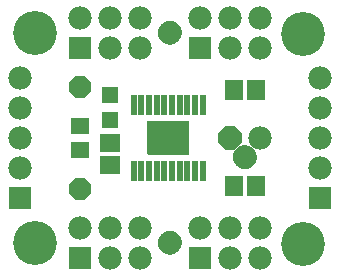
<source format=gbr>
G04 EAGLE Gerber RS-274X export*
G75*
%MOMM*%
%FSLAX34Y34*%
%LPD*%
%INSoldermask Top*%
%IPPOS*%
%AMOC8*
5,1,8,0,0,1.08239X$1,22.5*%
G01*
%ADD10C,1.981200*%
%ADD11R,1.981200X1.981200*%
%ADD12C,3.719200*%
%ADD13C,1.203200*%
%ADD14C,0.500000*%
%ADD15R,1.503200X1.703200*%
%ADD16R,1.403200X1.403200*%
%ADD17R,1.703200X1.503200*%
%ADD18R,0.503200X1.753200*%
%ADD19P,2.034460X8X292.500000*%
%ADD20R,1.600000X1.400000*%
%ADD21P,2.144431X8X202.500000*%

G36*
X155645Y99927D02*
X155645Y99927D01*
X155711Y99929D01*
X155754Y99947D01*
X155801Y99955D01*
X155858Y99989D01*
X155918Y100014D01*
X155953Y100045D01*
X155994Y100070D01*
X156036Y100121D01*
X156084Y100165D01*
X156106Y100207D01*
X156135Y100244D01*
X156156Y100306D01*
X156187Y100365D01*
X156195Y100419D01*
X156207Y100456D01*
X156206Y100496D01*
X156214Y100550D01*
X156214Y128050D01*
X156203Y128115D01*
X156201Y128181D01*
X156183Y128224D01*
X156175Y128271D01*
X156141Y128328D01*
X156116Y128388D01*
X156085Y128423D01*
X156060Y128464D01*
X156009Y128506D01*
X155965Y128554D01*
X155923Y128576D01*
X155886Y128605D01*
X155824Y128626D01*
X155765Y128657D01*
X155711Y128665D01*
X155674Y128677D01*
X155634Y128676D01*
X155580Y128684D01*
X121280Y128684D01*
X121215Y128673D01*
X121149Y128671D01*
X121106Y128653D01*
X121059Y128645D01*
X121002Y128611D01*
X120942Y128586D01*
X120907Y128555D01*
X120866Y128530D01*
X120825Y128479D01*
X120776Y128435D01*
X120754Y128393D01*
X120725Y128356D01*
X120704Y128294D01*
X120673Y128235D01*
X120665Y128181D01*
X120653Y128144D01*
X120654Y128104D01*
X120646Y128050D01*
X120646Y100550D01*
X120657Y100485D01*
X120659Y100419D01*
X120677Y100376D01*
X120685Y100329D01*
X120719Y100272D01*
X120744Y100212D01*
X120775Y100177D01*
X120800Y100136D01*
X120851Y100095D01*
X120895Y100046D01*
X120937Y100024D01*
X120974Y99995D01*
X121036Y99974D01*
X121095Y99943D01*
X121149Y99935D01*
X121186Y99923D01*
X121226Y99924D01*
X121280Y99916D01*
X155580Y99916D01*
X155645Y99927D01*
G37*
D10*
X63500Y38100D03*
X88900Y38100D03*
X114300Y38100D03*
D11*
X63500Y12700D03*
D10*
X88900Y12700D03*
X114300Y12700D03*
X165100Y38100D03*
X190500Y38100D03*
X215900Y38100D03*
D11*
X165100Y12700D03*
D10*
X190500Y12700D03*
X215900Y12700D03*
D12*
X25400Y203200D03*
X252730Y201930D03*
X25400Y25400D03*
X252730Y24130D03*
D13*
X139700Y25400D03*
D14*
X139700Y32900D02*
X139519Y32898D01*
X139338Y32891D01*
X139157Y32880D01*
X138976Y32865D01*
X138796Y32845D01*
X138616Y32821D01*
X138437Y32793D01*
X138259Y32760D01*
X138082Y32723D01*
X137905Y32682D01*
X137730Y32637D01*
X137555Y32587D01*
X137382Y32533D01*
X137211Y32475D01*
X137040Y32413D01*
X136872Y32346D01*
X136705Y32276D01*
X136539Y32202D01*
X136376Y32123D01*
X136215Y32041D01*
X136055Y31955D01*
X135898Y31865D01*
X135743Y31771D01*
X135590Y31674D01*
X135440Y31572D01*
X135292Y31468D01*
X135146Y31359D01*
X135004Y31248D01*
X134864Y31132D01*
X134727Y31014D01*
X134592Y30892D01*
X134461Y30767D01*
X134333Y30639D01*
X134208Y30508D01*
X134086Y30373D01*
X133968Y30236D01*
X133852Y30096D01*
X133741Y29954D01*
X133632Y29808D01*
X133528Y29660D01*
X133426Y29510D01*
X133329Y29357D01*
X133235Y29202D01*
X133145Y29045D01*
X133059Y28885D01*
X132977Y28724D01*
X132898Y28561D01*
X132824Y28395D01*
X132754Y28228D01*
X132687Y28060D01*
X132625Y27889D01*
X132567Y27718D01*
X132513Y27545D01*
X132463Y27370D01*
X132418Y27195D01*
X132377Y27018D01*
X132340Y26841D01*
X132307Y26663D01*
X132279Y26484D01*
X132255Y26304D01*
X132235Y26124D01*
X132220Y25943D01*
X132209Y25762D01*
X132202Y25581D01*
X132200Y25400D01*
X139700Y32900D02*
X139881Y32898D01*
X140062Y32891D01*
X140243Y32880D01*
X140424Y32865D01*
X140604Y32845D01*
X140784Y32821D01*
X140963Y32793D01*
X141141Y32760D01*
X141318Y32723D01*
X141495Y32682D01*
X141670Y32637D01*
X141845Y32587D01*
X142018Y32533D01*
X142189Y32475D01*
X142360Y32413D01*
X142528Y32346D01*
X142695Y32276D01*
X142861Y32202D01*
X143024Y32123D01*
X143185Y32041D01*
X143345Y31955D01*
X143502Y31865D01*
X143657Y31771D01*
X143810Y31674D01*
X143960Y31572D01*
X144108Y31468D01*
X144254Y31359D01*
X144396Y31248D01*
X144536Y31132D01*
X144673Y31014D01*
X144808Y30892D01*
X144939Y30767D01*
X145067Y30639D01*
X145192Y30508D01*
X145314Y30373D01*
X145432Y30236D01*
X145548Y30096D01*
X145659Y29954D01*
X145768Y29808D01*
X145872Y29660D01*
X145974Y29510D01*
X146071Y29357D01*
X146165Y29202D01*
X146255Y29045D01*
X146341Y28885D01*
X146423Y28724D01*
X146502Y28561D01*
X146576Y28395D01*
X146646Y28228D01*
X146713Y28060D01*
X146775Y27889D01*
X146833Y27718D01*
X146887Y27545D01*
X146937Y27370D01*
X146982Y27195D01*
X147023Y27018D01*
X147060Y26841D01*
X147093Y26663D01*
X147121Y26484D01*
X147145Y26304D01*
X147165Y26124D01*
X147180Y25943D01*
X147191Y25762D01*
X147198Y25581D01*
X147200Y25400D01*
X147198Y25219D01*
X147191Y25038D01*
X147180Y24857D01*
X147165Y24676D01*
X147145Y24496D01*
X147121Y24316D01*
X147093Y24137D01*
X147060Y23959D01*
X147023Y23782D01*
X146982Y23605D01*
X146937Y23430D01*
X146887Y23255D01*
X146833Y23082D01*
X146775Y22911D01*
X146713Y22740D01*
X146646Y22572D01*
X146576Y22405D01*
X146502Y22239D01*
X146423Y22076D01*
X146341Y21915D01*
X146255Y21755D01*
X146165Y21598D01*
X146071Y21443D01*
X145974Y21290D01*
X145872Y21140D01*
X145768Y20992D01*
X145659Y20846D01*
X145548Y20704D01*
X145432Y20564D01*
X145314Y20427D01*
X145192Y20292D01*
X145067Y20161D01*
X144939Y20033D01*
X144808Y19908D01*
X144673Y19786D01*
X144536Y19668D01*
X144396Y19552D01*
X144254Y19441D01*
X144108Y19332D01*
X143960Y19228D01*
X143810Y19126D01*
X143657Y19029D01*
X143502Y18935D01*
X143345Y18845D01*
X143185Y18759D01*
X143024Y18677D01*
X142861Y18598D01*
X142695Y18524D01*
X142528Y18454D01*
X142360Y18387D01*
X142189Y18325D01*
X142018Y18267D01*
X141845Y18213D01*
X141670Y18163D01*
X141495Y18118D01*
X141318Y18077D01*
X141141Y18040D01*
X140963Y18007D01*
X140784Y17979D01*
X140604Y17955D01*
X140424Y17935D01*
X140243Y17920D01*
X140062Y17909D01*
X139881Y17902D01*
X139700Y17900D01*
X139519Y17902D01*
X139338Y17909D01*
X139157Y17920D01*
X138976Y17935D01*
X138796Y17955D01*
X138616Y17979D01*
X138437Y18007D01*
X138259Y18040D01*
X138082Y18077D01*
X137905Y18118D01*
X137730Y18163D01*
X137555Y18213D01*
X137382Y18267D01*
X137211Y18325D01*
X137040Y18387D01*
X136872Y18454D01*
X136705Y18524D01*
X136539Y18598D01*
X136376Y18677D01*
X136215Y18759D01*
X136055Y18845D01*
X135898Y18935D01*
X135743Y19029D01*
X135590Y19126D01*
X135440Y19228D01*
X135292Y19332D01*
X135146Y19441D01*
X135004Y19552D01*
X134864Y19668D01*
X134727Y19786D01*
X134592Y19908D01*
X134461Y20033D01*
X134333Y20161D01*
X134208Y20292D01*
X134086Y20427D01*
X133968Y20564D01*
X133852Y20704D01*
X133741Y20846D01*
X133632Y20992D01*
X133528Y21140D01*
X133426Y21290D01*
X133329Y21443D01*
X133235Y21598D01*
X133145Y21755D01*
X133059Y21915D01*
X132977Y22076D01*
X132898Y22239D01*
X132824Y22405D01*
X132754Y22572D01*
X132687Y22740D01*
X132625Y22911D01*
X132567Y23082D01*
X132513Y23255D01*
X132463Y23430D01*
X132418Y23605D01*
X132377Y23782D01*
X132340Y23959D01*
X132307Y24137D01*
X132279Y24316D01*
X132255Y24496D01*
X132235Y24676D01*
X132220Y24857D01*
X132209Y25038D01*
X132202Y25219D01*
X132200Y25400D01*
D13*
X203200Y97790D03*
D14*
X203200Y105290D02*
X203019Y105288D01*
X202838Y105281D01*
X202657Y105270D01*
X202476Y105255D01*
X202296Y105235D01*
X202116Y105211D01*
X201937Y105183D01*
X201759Y105150D01*
X201582Y105113D01*
X201405Y105072D01*
X201230Y105027D01*
X201055Y104977D01*
X200882Y104923D01*
X200711Y104865D01*
X200540Y104803D01*
X200372Y104736D01*
X200205Y104666D01*
X200039Y104592D01*
X199876Y104513D01*
X199715Y104431D01*
X199555Y104345D01*
X199398Y104255D01*
X199243Y104161D01*
X199090Y104064D01*
X198940Y103962D01*
X198792Y103858D01*
X198646Y103749D01*
X198504Y103638D01*
X198364Y103522D01*
X198227Y103404D01*
X198092Y103282D01*
X197961Y103157D01*
X197833Y103029D01*
X197708Y102898D01*
X197586Y102763D01*
X197468Y102626D01*
X197352Y102486D01*
X197241Y102344D01*
X197132Y102198D01*
X197028Y102050D01*
X196926Y101900D01*
X196829Y101747D01*
X196735Y101592D01*
X196645Y101435D01*
X196559Y101275D01*
X196477Y101114D01*
X196398Y100951D01*
X196324Y100785D01*
X196254Y100618D01*
X196187Y100450D01*
X196125Y100279D01*
X196067Y100108D01*
X196013Y99935D01*
X195963Y99760D01*
X195918Y99585D01*
X195877Y99408D01*
X195840Y99231D01*
X195807Y99053D01*
X195779Y98874D01*
X195755Y98694D01*
X195735Y98514D01*
X195720Y98333D01*
X195709Y98152D01*
X195702Y97971D01*
X195700Y97790D01*
X203200Y105290D02*
X203381Y105288D01*
X203562Y105281D01*
X203743Y105270D01*
X203924Y105255D01*
X204104Y105235D01*
X204284Y105211D01*
X204463Y105183D01*
X204641Y105150D01*
X204818Y105113D01*
X204995Y105072D01*
X205170Y105027D01*
X205345Y104977D01*
X205518Y104923D01*
X205689Y104865D01*
X205860Y104803D01*
X206028Y104736D01*
X206195Y104666D01*
X206361Y104592D01*
X206524Y104513D01*
X206685Y104431D01*
X206845Y104345D01*
X207002Y104255D01*
X207157Y104161D01*
X207310Y104064D01*
X207460Y103962D01*
X207608Y103858D01*
X207754Y103749D01*
X207896Y103638D01*
X208036Y103522D01*
X208173Y103404D01*
X208308Y103282D01*
X208439Y103157D01*
X208567Y103029D01*
X208692Y102898D01*
X208814Y102763D01*
X208932Y102626D01*
X209048Y102486D01*
X209159Y102344D01*
X209268Y102198D01*
X209372Y102050D01*
X209474Y101900D01*
X209571Y101747D01*
X209665Y101592D01*
X209755Y101435D01*
X209841Y101275D01*
X209923Y101114D01*
X210002Y100951D01*
X210076Y100785D01*
X210146Y100618D01*
X210213Y100450D01*
X210275Y100279D01*
X210333Y100108D01*
X210387Y99935D01*
X210437Y99760D01*
X210482Y99585D01*
X210523Y99408D01*
X210560Y99231D01*
X210593Y99053D01*
X210621Y98874D01*
X210645Y98694D01*
X210665Y98514D01*
X210680Y98333D01*
X210691Y98152D01*
X210698Y97971D01*
X210700Y97790D01*
X210698Y97609D01*
X210691Y97428D01*
X210680Y97247D01*
X210665Y97066D01*
X210645Y96886D01*
X210621Y96706D01*
X210593Y96527D01*
X210560Y96349D01*
X210523Y96172D01*
X210482Y95995D01*
X210437Y95820D01*
X210387Y95645D01*
X210333Y95472D01*
X210275Y95301D01*
X210213Y95130D01*
X210146Y94962D01*
X210076Y94795D01*
X210002Y94629D01*
X209923Y94466D01*
X209841Y94305D01*
X209755Y94145D01*
X209665Y93988D01*
X209571Y93833D01*
X209474Y93680D01*
X209372Y93530D01*
X209268Y93382D01*
X209159Y93236D01*
X209048Y93094D01*
X208932Y92954D01*
X208814Y92817D01*
X208692Y92682D01*
X208567Y92551D01*
X208439Y92423D01*
X208308Y92298D01*
X208173Y92176D01*
X208036Y92058D01*
X207896Y91942D01*
X207754Y91831D01*
X207608Y91722D01*
X207460Y91618D01*
X207310Y91516D01*
X207157Y91419D01*
X207002Y91325D01*
X206845Y91235D01*
X206685Y91149D01*
X206524Y91067D01*
X206361Y90988D01*
X206195Y90914D01*
X206028Y90844D01*
X205860Y90777D01*
X205689Y90715D01*
X205518Y90657D01*
X205345Y90603D01*
X205170Y90553D01*
X204995Y90508D01*
X204818Y90467D01*
X204641Y90430D01*
X204463Y90397D01*
X204284Y90369D01*
X204104Y90345D01*
X203924Y90325D01*
X203743Y90310D01*
X203562Y90299D01*
X203381Y90292D01*
X203200Y90290D01*
X203019Y90292D01*
X202838Y90299D01*
X202657Y90310D01*
X202476Y90325D01*
X202296Y90345D01*
X202116Y90369D01*
X201937Y90397D01*
X201759Y90430D01*
X201582Y90467D01*
X201405Y90508D01*
X201230Y90553D01*
X201055Y90603D01*
X200882Y90657D01*
X200711Y90715D01*
X200540Y90777D01*
X200372Y90844D01*
X200205Y90914D01*
X200039Y90988D01*
X199876Y91067D01*
X199715Y91149D01*
X199555Y91235D01*
X199398Y91325D01*
X199243Y91419D01*
X199090Y91516D01*
X198940Y91618D01*
X198792Y91722D01*
X198646Y91831D01*
X198504Y91942D01*
X198364Y92058D01*
X198227Y92176D01*
X198092Y92298D01*
X197961Y92423D01*
X197833Y92551D01*
X197708Y92682D01*
X197586Y92817D01*
X197468Y92954D01*
X197352Y93094D01*
X197241Y93236D01*
X197132Y93382D01*
X197028Y93530D01*
X196926Y93680D01*
X196829Y93833D01*
X196735Y93988D01*
X196645Y94145D01*
X196559Y94305D01*
X196477Y94466D01*
X196398Y94629D01*
X196324Y94795D01*
X196254Y94962D01*
X196187Y95130D01*
X196125Y95301D01*
X196067Y95472D01*
X196013Y95645D01*
X195963Y95820D01*
X195918Y95995D01*
X195877Y96172D01*
X195840Y96349D01*
X195807Y96527D01*
X195779Y96706D01*
X195755Y96886D01*
X195735Y97066D01*
X195720Y97247D01*
X195709Y97428D01*
X195702Y97609D01*
X195700Y97790D01*
D13*
X139700Y203200D03*
D14*
X139700Y210700D02*
X139519Y210698D01*
X139338Y210691D01*
X139157Y210680D01*
X138976Y210665D01*
X138796Y210645D01*
X138616Y210621D01*
X138437Y210593D01*
X138259Y210560D01*
X138082Y210523D01*
X137905Y210482D01*
X137730Y210437D01*
X137555Y210387D01*
X137382Y210333D01*
X137211Y210275D01*
X137040Y210213D01*
X136872Y210146D01*
X136705Y210076D01*
X136539Y210002D01*
X136376Y209923D01*
X136215Y209841D01*
X136055Y209755D01*
X135898Y209665D01*
X135743Y209571D01*
X135590Y209474D01*
X135440Y209372D01*
X135292Y209268D01*
X135146Y209159D01*
X135004Y209048D01*
X134864Y208932D01*
X134727Y208814D01*
X134592Y208692D01*
X134461Y208567D01*
X134333Y208439D01*
X134208Y208308D01*
X134086Y208173D01*
X133968Y208036D01*
X133852Y207896D01*
X133741Y207754D01*
X133632Y207608D01*
X133528Y207460D01*
X133426Y207310D01*
X133329Y207157D01*
X133235Y207002D01*
X133145Y206845D01*
X133059Y206685D01*
X132977Y206524D01*
X132898Y206361D01*
X132824Y206195D01*
X132754Y206028D01*
X132687Y205860D01*
X132625Y205689D01*
X132567Y205518D01*
X132513Y205345D01*
X132463Y205170D01*
X132418Y204995D01*
X132377Y204818D01*
X132340Y204641D01*
X132307Y204463D01*
X132279Y204284D01*
X132255Y204104D01*
X132235Y203924D01*
X132220Y203743D01*
X132209Y203562D01*
X132202Y203381D01*
X132200Y203200D01*
X139700Y210700D02*
X139881Y210698D01*
X140062Y210691D01*
X140243Y210680D01*
X140424Y210665D01*
X140604Y210645D01*
X140784Y210621D01*
X140963Y210593D01*
X141141Y210560D01*
X141318Y210523D01*
X141495Y210482D01*
X141670Y210437D01*
X141845Y210387D01*
X142018Y210333D01*
X142189Y210275D01*
X142360Y210213D01*
X142528Y210146D01*
X142695Y210076D01*
X142861Y210002D01*
X143024Y209923D01*
X143185Y209841D01*
X143345Y209755D01*
X143502Y209665D01*
X143657Y209571D01*
X143810Y209474D01*
X143960Y209372D01*
X144108Y209268D01*
X144254Y209159D01*
X144396Y209048D01*
X144536Y208932D01*
X144673Y208814D01*
X144808Y208692D01*
X144939Y208567D01*
X145067Y208439D01*
X145192Y208308D01*
X145314Y208173D01*
X145432Y208036D01*
X145548Y207896D01*
X145659Y207754D01*
X145768Y207608D01*
X145872Y207460D01*
X145974Y207310D01*
X146071Y207157D01*
X146165Y207002D01*
X146255Y206845D01*
X146341Y206685D01*
X146423Y206524D01*
X146502Y206361D01*
X146576Y206195D01*
X146646Y206028D01*
X146713Y205860D01*
X146775Y205689D01*
X146833Y205518D01*
X146887Y205345D01*
X146937Y205170D01*
X146982Y204995D01*
X147023Y204818D01*
X147060Y204641D01*
X147093Y204463D01*
X147121Y204284D01*
X147145Y204104D01*
X147165Y203924D01*
X147180Y203743D01*
X147191Y203562D01*
X147198Y203381D01*
X147200Y203200D01*
X147198Y203019D01*
X147191Y202838D01*
X147180Y202657D01*
X147165Y202476D01*
X147145Y202296D01*
X147121Y202116D01*
X147093Y201937D01*
X147060Y201759D01*
X147023Y201582D01*
X146982Y201405D01*
X146937Y201230D01*
X146887Y201055D01*
X146833Y200882D01*
X146775Y200711D01*
X146713Y200540D01*
X146646Y200372D01*
X146576Y200205D01*
X146502Y200039D01*
X146423Y199876D01*
X146341Y199715D01*
X146255Y199555D01*
X146165Y199398D01*
X146071Y199243D01*
X145974Y199090D01*
X145872Y198940D01*
X145768Y198792D01*
X145659Y198646D01*
X145548Y198504D01*
X145432Y198364D01*
X145314Y198227D01*
X145192Y198092D01*
X145067Y197961D01*
X144939Y197833D01*
X144808Y197708D01*
X144673Y197586D01*
X144536Y197468D01*
X144396Y197352D01*
X144254Y197241D01*
X144108Y197132D01*
X143960Y197028D01*
X143810Y196926D01*
X143657Y196829D01*
X143502Y196735D01*
X143345Y196645D01*
X143185Y196559D01*
X143024Y196477D01*
X142861Y196398D01*
X142695Y196324D01*
X142528Y196254D01*
X142360Y196187D01*
X142189Y196125D01*
X142018Y196067D01*
X141845Y196013D01*
X141670Y195963D01*
X141495Y195918D01*
X141318Y195877D01*
X141141Y195840D01*
X140963Y195807D01*
X140784Y195779D01*
X140604Y195755D01*
X140424Y195735D01*
X140243Y195720D01*
X140062Y195709D01*
X139881Y195702D01*
X139700Y195700D01*
X139519Y195702D01*
X139338Y195709D01*
X139157Y195720D01*
X138976Y195735D01*
X138796Y195755D01*
X138616Y195779D01*
X138437Y195807D01*
X138259Y195840D01*
X138082Y195877D01*
X137905Y195918D01*
X137730Y195963D01*
X137555Y196013D01*
X137382Y196067D01*
X137211Y196125D01*
X137040Y196187D01*
X136872Y196254D01*
X136705Y196324D01*
X136539Y196398D01*
X136376Y196477D01*
X136215Y196559D01*
X136055Y196645D01*
X135898Y196735D01*
X135743Y196829D01*
X135590Y196926D01*
X135440Y197028D01*
X135292Y197132D01*
X135146Y197241D01*
X135004Y197352D01*
X134864Y197468D01*
X134727Y197586D01*
X134592Y197708D01*
X134461Y197833D01*
X134333Y197961D01*
X134208Y198092D01*
X134086Y198227D01*
X133968Y198364D01*
X133852Y198504D01*
X133741Y198646D01*
X133632Y198792D01*
X133528Y198940D01*
X133426Y199090D01*
X133329Y199243D01*
X133235Y199398D01*
X133145Y199555D01*
X133059Y199715D01*
X132977Y199876D01*
X132898Y200039D01*
X132824Y200205D01*
X132754Y200372D01*
X132687Y200540D01*
X132625Y200711D01*
X132567Y200882D01*
X132513Y201055D01*
X132463Y201230D01*
X132418Y201405D01*
X132377Y201582D01*
X132340Y201759D01*
X132307Y201937D01*
X132279Y202116D01*
X132255Y202296D01*
X132235Y202476D01*
X132220Y202657D01*
X132209Y202838D01*
X132202Y203019D01*
X132200Y203200D01*
D15*
X212700Y154940D03*
X193700Y154940D03*
X212700Y73660D03*
X193700Y73660D03*
D16*
X88900Y129200D03*
X88900Y150200D03*
D17*
X88900Y90830D03*
X88900Y109830D03*
D18*
X109180Y86300D03*
X115680Y86300D03*
X122180Y86300D03*
X128680Y86300D03*
X135180Y86300D03*
X141680Y86300D03*
X148180Y86300D03*
X154680Y86300D03*
X161180Y86300D03*
X167680Y86300D03*
X167680Y142300D03*
X161180Y142300D03*
X154680Y142300D03*
X148180Y142300D03*
X141680Y142300D03*
X135180Y142300D03*
X128680Y142300D03*
X122180Y142300D03*
X115680Y142300D03*
X109180Y142300D03*
D11*
X12700Y63500D03*
D10*
X12700Y88900D03*
X12700Y114300D03*
X12700Y139700D03*
X12700Y165100D03*
D11*
X266700Y63500D03*
D10*
X266700Y88900D03*
X266700Y114300D03*
X266700Y139700D03*
X266700Y165100D03*
X63500Y215900D03*
X88900Y215900D03*
X114300Y215900D03*
D11*
X63500Y190500D03*
D10*
X88900Y190500D03*
X114300Y190500D03*
X165100Y215900D03*
X190500Y215900D03*
X215900Y215900D03*
D11*
X165100Y190500D03*
D10*
X190500Y190500D03*
X215900Y190500D03*
D19*
X63500Y157480D03*
X63500Y71120D03*
D20*
X63500Y124554D03*
X63500Y104046D03*
D21*
X190500Y114300D03*
D10*
X215900Y114300D03*
M02*

</source>
